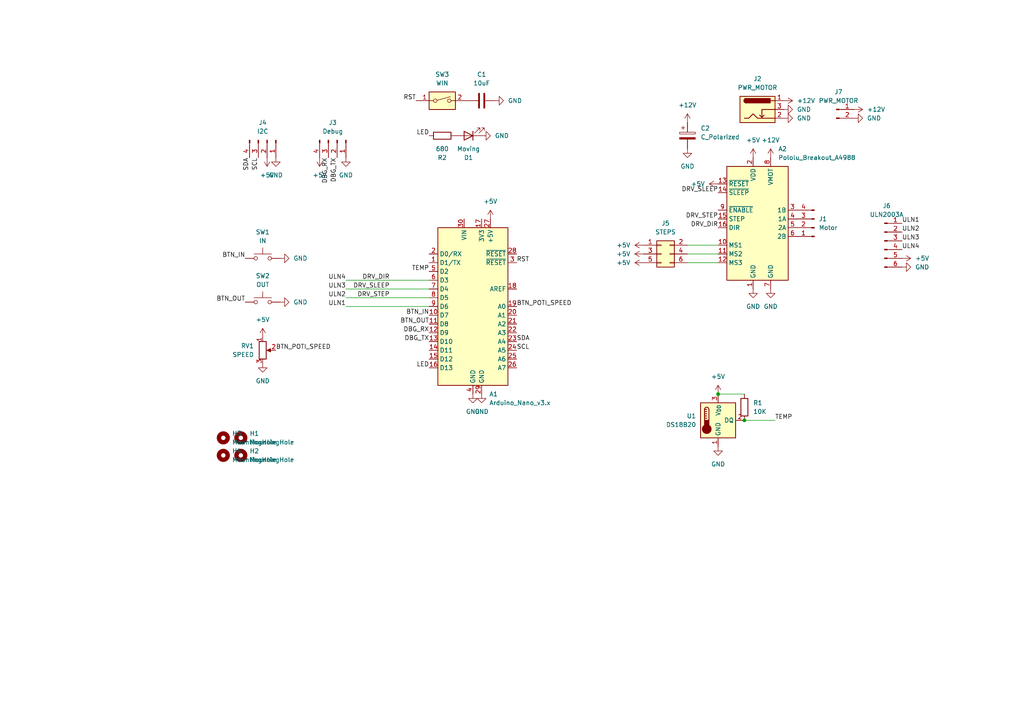
<source format=kicad_sch>
(kicad_sch (version 20230121) (generator eeschema)
  (paper "A4")
  (lib_symbols
    (symbol "Connector:Barrel_Jack_Switch" (pin_names hide)
      (property "Reference" "J" (at 0 5.334 0))
      (property "Value" "Barrel_Jack_Switch" (at 0 -5.08 0))
      (symbol "Barrel_Jack_Switch_0_1"
        (rectangle (start -5.08 3.81) (end 5.08 -3.81) (stroke (width 0.254)) (fill (type background)))
        (arc (start -3.302 3.175) (mid -3.9343 2.54) (end -3.302 1.905) (stroke (width 0.254)))
        (arc (start -3.302 3.175) (mid -3.9343 2.54) (end -3.302 1.905) (stroke (width 0.254)) (fill (type outline)))
        (polyline (pts (xy 1.27 -2.286) (xy 1.905 -1.651)) (stroke (width 0.254)))
        (polyline (pts (xy 5.08 2.54) (xy 3.81 2.54)) (stroke (width 0.254)))
        (polyline (pts (xy 5.08 0) (xy 1.27 0) (xy 1.27 -2.286) (xy 0.635 -1.651)) (stroke (width 0.254)))
        (polyline (pts (xy -3.81 -2.54) (xy -2.54 -2.54) (xy -1.27 -1.27) (xy 0 -2.54) (xy 2.54 -2.54) (xy 5.08 -2.54)) (stroke (width 0.254)))
        (rectangle (start 3.683 3.175) (end -3.302 1.905) (stroke (width 0.254)) (fill (type outline)))
      )
      (symbol "Barrel_Jack_Switch_1_1"
        (pin passive line (at 7.62 2.54 180) (length 2.54) (name "~") (number "1"))
        (pin passive line (at 7.62 -2.54 180) (length 2.54) (name "~") (number "2"))
        (pin passive line (at 7.62 0 180) (length 2.54) (name "~") (number "3"))
      )
    )
    (symbol "Connector:Conn_01x02_Pin" (pin_names (offset 1.016) hide)
      (property "Reference" "J" (at 0 2.54 0))
      (property "Value" "Conn_01x02_Pin" (at 0 -5.08 0))
      (symbol "Conn_01x02_Pin_1_1"
        (polyline (pts (xy 1.27 -2.54) (xy 0.8636 -2.54)) (stroke (width 0.1524)))
        (polyline (pts (xy 1.27 0) (xy 0.8636 0)) (stroke (width 0.1524)))
        (rectangle (start 0.8636 -2.413) (end 0 -2.667) (stroke (width 0.1524)) (fill (type outline)))
        (rectangle (start 0.8636 0.127) (end 0 -0.127) (stroke (width 0.1524)) (fill (type outline)))
        (pin passive line (at 5.08 0 180) (length 3.81) (name "Pin_1") (number "1"))
        (pin passive line (at 5.08 -2.54 180) (length 3.81) (name "Pin_2") (number "2"))
      )
    )
    (symbol "Connector:Conn_01x04_Pin" (pin_names (offset 1.016) hide)
      (property "Reference" "J" (at 0 5.08 0))
      (property "Value" "Conn_01x04_Pin" (at 0 -7.62 0))
      (symbol "Conn_01x04_Pin_1_1"
        (polyline (pts (xy 1.27 -5.08) (xy 0.8636 -5.08)) (stroke (width 0.1524)))
        (polyline (pts (xy 1.27 -2.54) (xy 0.8636 -2.54)) (stroke (width 0.1524)))
        (polyline (pts (xy 1.27 0) (xy 0.8636 0)) (stroke (width 0.1524)))
        (polyline (pts (xy 1.27 2.54) (xy 0.8636 2.54)) (stroke (width 0.1524)))
        (rectangle (start 0.8636 -4.953) (end 0 -5.207) (stroke (width 0.1524)) (fill (type outline)))
        (rectangle (start 0.8636 -2.413) (end 0 -2.667) (stroke (width 0.1524)) (fill (type outline)))
        (rectangle (start 0.8636 0.127) (end 0 -0.127) (stroke (width 0.1524)) (fill (type outline)))
        (rectangle (start 0.8636 2.667) (end 0 2.413) (stroke (width 0.1524)) (fill (type outline)))
        (pin passive line (at 5.08 2.54 180) (length 3.81) (name "Pin_1") (number "1"))
        (pin passive line (at 5.08 0 180) (length 3.81) (name "Pin_2") (number "2"))
        (pin passive line (at 5.08 -2.54 180) (length 3.81) (name "Pin_3") (number "3"))
        (pin passive line (at 5.08 -5.08 180) (length 3.81) (name "Pin_4") (number "4"))
      )
    )
    (symbol "Connector:Conn_01x06_Pin" (pin_names (offset 1.016) hide)
      (property "Reference" "J" (at 0 7.62 0))
      (property "Value" "Conn_01x06_Pin" (at 0 -10.16 0))
      (symbol "Conn_01x06_Pin_1_1"
        (polyline (pts (xy 1.27 -7.62) (xy 0.8636 -7.62)) (stroke (width 0.1524)))
        (polyline (pts (xy 1.27 -5.08) (xy 0.8636 -5.08)) (stroke (width 0.1524)))
        (polyline (pts (xy 1.27 -2.54) (xy 0.8636 -2.54)) (stroke (width 0.1524)))
        (polyline (pts (xy 1.27 0) (xy 0.8636 0)) (stroke (width 0.1524)))
        (polyline (pts (xy 1.27 2.54) (xy 0.8636 2.54)) (stroke (width 0.1524)))
        (polyline (pts (xy 1.27 5.08) (xy 0.8636 5.08)) (stroke (width 0.1524)))
        (rectangle (start 0.8636 -7.493) (end 0 -7.747) (stroke (width 0.1524)) (fill (type outline)))
        (rectangle (start 0.8636 -4.953) (end 0 -5.207) (stroke (width 0.1524)) (fill (type outline)))
        (rectangle (start 0.8636 -2.413) (end 0 -2.667) (stroke (width 0.1524)) (fill (type outline)))
        (rectangle (start 0.8636 0.127) (end 0 -0.127) (stroke (width 0.1524)) (fill (type outline)))
        (rectangle (start 0.8636 2.667) (end 0 2.413) (stroke (width 0.1524)) (fill (type outline)))
        (rectangle (start 0.8636 5.207) (end 0 4.953) (stroke (width 0.1524)) (fill (type outline)))
        (pin passive line (at 5.08 5.08 180) (length 3.81) (name "Pin_1") (number "1"))
        (pin passive line (at 5.08 2.54 180) (length 3.81) (name "Pin_2") (number "2"))
        (pin passive line (at 5.08 0 180) (length 3.81) (name "Pin_3") (number "3"))
        (pin passive line (at 5.08 -2.54 180) (length 3.81) (name "Pin_4") (number "4"))
        (pin passive line (at 5.08 -5.08 180) (length 3.81) (name "Pin_5") (number "5"))
        (pin passive line (at 5.08 -7.62 180) (length 3.81) (name "Pin_6") (number "6"))
      )
    )
    (symbol "Connector_Generic:Conn_02x03_Odd_Even" (pin_names (offset 1.016) hide)
      (property "Reference" "J" (at 1.27 5.08 0))
      (property "Value" "Conn_02x03_Odd_Even" (at 1.27 -5.08 0))
      (symbol "Conn_02x03_Odd_Even_1_1"
        (rectangle (start -1.27 -2.413) (end 0 -2.667) (stroke (width 0.1524)))
        (rectangle (start -1.27 0.127) (end 0 -0.127) (stroke (width 0.1524)))
        (rectangle (start -1.27 2.667) (end 0 2.413) (stroke (width 0.1524)))
        (rectangle (start -1.27 3.81) (end 3.81 -3.81) (stroke (width 0.254)) (fill (type background)))
        (rectangle (start 3.81 -2.413) (end 2.54 -2.667) (stroke (width 0.1524)))
        (rectangle (start 3.81 0.127) (end 2.54 -0.127) (stroke (width 0.1524)))
        (rectangle (start 3.81 2.667) (end 2.54 2.413) (stroke (width 0.1524)))
        (pin passive line (at -5.08 2.54 0) (length 3.81) (name "Pin_1") (number "1"))
        (pin passive line (at 7.62 2.54 180) (length 3.81) (name "Pin_2") (number "2"))
        (pin passive line (at -5.08 0 0) (length 3.81) (name "Pin_3") (number "3"))
        (pin passive line (at 7.62 0 180) (length 3.81) (name "Pin_4") (number "4"))
        (pin passive line (at -5.08 -2.54 0) (length 3.81) (name "Pin_5") (number "5"))
        (pin passive line (at 7.62 -2.54 180) (length 3.81) (name "Pin_6") (number "6"))
      )
    )
    (symbol "Device:C" (pin_numbers hide) (pin_names (offset 0.254))
      (property "Reference" "C" (at 0.635 2.54 0))
      (property "Value" "C" (at 0.635 -2.54 0))
      (symbol "C_0_1"
        (polyline (pts (xy -2.032 -0.762) (xy 2.032 -0.762)) (stroke (width 0.508)))
        (polyline (pts (xy -2.032 0.762) (xy 2.032 0.762)) (stroke (width 0.508)))
      )
      (symbol "C_1_1"
        (pin passive line (at 0 3.81 270) (length 2.794) (name "~") (number "1"))
        (pin passive line (at 0 -3.81 90) (length 2.794) (name "~") (number "2"))
      )
    )
    (symbol "Device:C_Polarized" (pin_numbers hide) (pin_names (offset 0.254))
      (property "Reference" "C" (at 0.635 2.54 0))
      (property "Value" "C_Polarized" (at 0.635 -2.54 0))
      (symbol "C_Polarized_0_1"
        (rectangle (start -2.286 0.508) (end 2.286 1.016))
        (polyline (pts (xy -1.778 2.286) (xy -0.762 2.286)))
        (polyline (pts (xy -1.27 2.794) (xy -1.27 1.778)))
        (rectangle (start 2.286 -0.508) (end -2.286 -1.016) (fill (type outline)))
      )
      (symbol "C_Polarized_1_1"
        (pin passive line (at 0 3.81 270) (length 2.794) (name "~") (number "1"))
        (pin passive line (at 0 -3.81 90) (length 2.794) (name "~") (number "2"))
      )
    )
    (symbol "Device:LED" (pin_numbers hide) (pin_names (offset 1.016) hide)
      (property "Reference" "D" (at 0 2.54 0))
      (property "Value" "LED" (at 0 -2.54 0))
      (symbol "LED_0_1"
        (polyline (pts (xy -1.27 -1.27) (xy -1.27 1.27)) (stroke (width 0.254)))
        (polyline (pts (xy -1.27 0) (xy 1.27 0)))
        (polyline (pts (xy 1.27 -1.27) (xy 1.27 1.27) (xy -1.27 0) (xy 1.27 -1.27)) (stroke (width 0.254)))
        (polyline (pts (xy -3.048 -0.762) (xy -4.572 -2.286) (xy -3.81 -2.286) (xy -4.572 -2.286) (xy -4.572 -1.524)))
        (polyline (pts (xy -1.778 -0.762) (xy -3.302 -2.286) (xy -2.54 -2.286) (xy -3.302 -2.286) (xy -3.302 -1.524)))
      )
      (symbol "LED_1_1"
        (pin passive line (at -3.81 0 0) (length 2.54) (name "K") (number "1"))
        (pin passive line (at 3.81 0 180) (length 2.54) (name "A") (number "2"))
      )
    )
    (symbol "Device:R" (pin_numbers hide) (pin_names (offset 0))
      (property "Reference" "R" (at 2.032 0 90))
      (property "Value" "R" (at 0 0 90))
      (symbol "R_0_1"
        (rectangle (start -1.016 -2.54) (end 1.016 2.54) (stroke (width 0.254)))
      )
      (symbol "R_1_1"
        (pin passive line (at 0 3.81 270) (length 1.27) (name "~") (number "1"))
        (pin passive line (at 0 -3.81 90) (length 1.27) (name "~") (number "2"))
      )
    )
    (symbol "Device:R_Potentiometer" (pin_names (offset 1.016) hide)
      (property "Reference" "RV" (at -4.445 0 90))
      (property "Value" "R_Potentiometer" (at -2.54 0 90))
      (symbol "R_Potentiometer_0_1"
        (polyline (pts (xy 2.54 0) (xy 1.524 0)))
        (polyline (pts (xy 1.143 0) (xy 2.286 0.508) (xy 2.286 -0.508) (xy 1.143 0)) (fill (type outline)))
        (rectangle (start 1.016 2.54) (end -1.016 -2.54) (stroke (width 0.254)))
      )
      (symbol "R_Potentiometer_1_1"
        (pin passive line (at 0 3.81 270) (length 1.27) (name "1") (number "1"))
        (pin passive line (at 3.81 0 180) (length 1.27) (name "2") (number "2"))
        (pin passive line (at 0 -3.81 90) (length 1.27) (name "3") (number "3"))
      )
    )
    (symbol "Driver_Motor:Pololu_Breakout_A4988"
      (property "Reference" "A" (at -2.54 19.05 0))
      (property "Value" "Pololu_Breakout_A4988" (at -2.54 16.51 0))
      (symbol "Pololu_Breakout_A4988_0_1"
        (rectangle (start 10.16 -17.78) (end -7.62 15.24) (stroke (width 0.254)) (fill (type background)))
      )
      (symbol "Pololu_Breakout_A4988_1_1"
        (pin power_in line (at 0 -20.32 90) (length 2.54) (name "GND") (number "1"))
        (pin input line (at -10.16 -7.62 0) (length 2.54) (name "MS1") (number "10"))
        (pin input line (at -10.16 -10.16 0) (length 2.54) (name "MS2") (number "11"))
        (pin input line (at -10.16 -12.7 0) (length 2.54) (name "MS3") (number "12"))
        (pin input line (at -10.16 10.16 0) (length 2.54) (name "~{RESET}") (number "13"))
        (pin input line (at -10.16 7.62 0) (length 2.54) (name "~{SLEEP}") (number "14"))
        (pin input line (at -10.16 0 0) (length 2.54) (name "STEP") (number "15"))
        (pin input line (at -10.16 -2.54 0) (length 2.54) (name "DIR") (number "16"))
        (pin power_in line (at 0 17.78 270) (length 2.54) (name "VDD") (number "2"))
        (pin output line (at 12.7 2.54 180) (length 2.54) (name "1B") (number "3"))
        (pin output line (at 12.7 0 180) (length 2.54) (name "1A") (number "4"))
        (pin output line (at 12.7 -2.54 180) (length 2.54) (name "2A") (number "5"))
        (pin output line (at 12.7 -5.08 180) (length 2.54) (name "2B") (number "6"))
        (pin power_in line (at 5.08 -20.32 90) (length 2.54) (name "GND") (number "7"))
        (pin power_in line (at 5.08 17.78 270) (length 2.54) (name "VMOT") (number "8"))
        (pin input line (at -10.16 2.54 0) (length 2.54) (name "~{ENABLE}") (number "9"))
      )
    )
    (symbol "MCU_Module:Arduino_Nano_v3.x"
      (property "Reference" "A" (at -10.16 23.495 0))
      (property "Value" "Arduino_Nano_v3.x" (at 5.08 -24.13 0))
      (symbol "Arduino_Nano_v3.x_0_1"
        (rectangle (start -10.16 22.86) (end 10.16 -22.86) (stroke (width 0.254)) (fill (type background)))
      )
      (symbol "Arduino_Nano_v3.x_1_1"
        (pin bidirectional line (at -12.7 12.7 0) (length 2.54) (name "D1/TX") (number "1"))
        (pin bidirectional line (at -12.7 -2.54 0) (length 2.54) (name "D7") (number "10"))
        (pin bidirectional line (at -12.7 -5.08 0) (length 2.54) (name "D8") (number "11"))
        (pin bidirectional line (at -12.7 -7.62 0) (length 2.54) (name "D9") (number "12"))
        (pin bidirectional line (at -12.7 -10.16 0) (length 2.54) (name "D10") (number "13"))
        (pin bidirectional line (at -12.7 -12.7 0) (length 2.54) (name "D11") (number "14"))
        (pin bidirectional line (at -12.7 -15.24 0) (length 2.54) (name "D12") (number "15"))
        (pin bidirectional line (at -12.7 -17.78 0) (length 2.54) (name "D13") (number "16"))
        (pin power_out line (at 2.54 25.4 270) (length 2.54) (name "3V3") (number "17"))
        (pin input line (at 12.7 5.08 180) (length 2.54) (name "AREF") (number "18"))
        (pin bidirectional line (at 12.7 0 180) (length 2.54) (name "A0") (number "19"))
        (pin bidirectional line (at -12.7 15.24 0) (length 2.54) (name "D0/RX") (number "2"))
        (pin bidirectional line (at 12.7 -2.54 180) (length 2.54) (name "A1") (number "20"))
        (pin bidirectional line (at 12.7 -5.08 180) (length 2.54) (name "A2") (number "21"))
        (pin bidirectional line (at 12.7 -7.62 180) (length 2.54) (name "A3") (number "22"))
        (pin bidirectional line (at 12.7 -10.16 180) (length 2.54) (name "A4") (number "23"))
        (pin bidirectional line (at 12.7 -12.7 180) (length 2.54) (name "A5") (number "24"))
        (pin bidirectional line (at 12.7 -15.24 180) (length 2.54) (name "A6") (number "25"))
        (pin bidirectional line (at 12.7 -17.78 180) (length 2.54) (name "A7") (number "26"))
        (pin power_out line (at 5.08 25.4 270) (length 2.54) (name "+5V") (number "27"))
        (pin input line (at 12.7 15.24 180) (length 2.54) (name "~{RESET}") (number "28"))
        (pin power_in line (at 2.54 -25.4 90) (length 2.54) (name "GND") (number "29"))
        (pin input line (at 12.7 12.7 180) (length 2.54) (name "~{RESET}") (number "3"))
        (pin power_in line (at -2.54 25.4 270) (length 2.54) (name "VIN") (number "30"))
        (pin power_in line (at 0 -25.4 90) (length 2.54) (name "GND") (number "4"))
        (pin bidirectional line (at -12.7 10.16 0) (length 2.54) (name "D2") (number "5"))
        (pin bidirectional line (at -12.7 7.62 0) (length 2.54) (name "D3") (number "6"))
        (pin bidirectional line (at -12.7 5.08 0) (length 2.54) (name "D4") (number "7"))
        (pin bidirectional line (at -12.7 2.54 0) (length 2.54) (name "D5") (number "8"))
        (pin bidirectional line (at -12.7 0 0) (length 2.54) (name "D6") (number "9"))
      )
    )
    (symbol "Mechanical:MountingHole" (pin_names (offset 1.016))
      (property "Reference" "H" (at 0 5.08 0))
      (property "Value" "MountingHole" (at 0 3.175 0))
      (symbol "MountingHole_0_1"
        (circle (center 0 0) (radius 1.27) (stroke (width 1.27)))
      )
    )
    (symbol "Sensor_Temperature:DS18B20"
      (property "Reference" "U" (at -3.81 6.35 0))
      (property "Value" "DS18B20" (at 6.35 6.35 0))
      (symbol "DS18B20_0_1"
        (rectangle (start -5.08 5.08) (end 5.08 -5.08) (stroke (width 0.254)) (fill (type background)))
        (circle (center -3.302 -2.54) (radius 1.27) (stroke (width 0.254)) (fill (type outline)))
        (rectangle (start -2.667 -1.905) (end -3.937 0) (stroke (width 0.254)) (fill (type outline)))
        (arc (start -2.667 3.175) (mid -3.302 3.8073) (end -3.937 3.175) (stroke (width 0.254)))
        (polyline (pts (xy -3.937 0.635) (xy -3.302 0.635)) (stroke (width 0.254)))
        (polyline (pts (xy -3.937 1.27) (xy -3.302 1.27)) (stroke (width 0.254)))
        (polyline (pts (xy -3.937 1.905) (xy -3.302 1.905)) (stroke (width 0.254)))
        (polyline (pts (xy -3.937 2.54) (xy -3.302 2.54)) (stroke (width 0.254)))
        (polyline (pts (xy -3.937 3.175) (xy -3.937 0)) (stroke (width 0.254)))
        (polyline (pts (xy -3.937 3.175) (xy -3.302 3.175)) (stroke (width 0.254)))
        (polyline (pts (xy -2.667 3.175) (xy -2.667 0)) (stroke (width 0.254)))
      )
      (symbol "DS18B20_1_1"
        (pin power_in line (at 0 -7.62 90) (length 2.54) (name "GND") (number "1"))
        (pin bidirectional line (at 7.62 0 180) (length 2.54) (name "DQ") (number "2"))
        (pin power_in line (at 0 7.62 270) (length 2.54) (name "V_{DD}") (number "3"))
      )
    )
    (symbol "Switch:SW_DIP_x01" (pin_names (offset 0) hide)
      (property "Reference" "SW" (at 0 3.81 0))
      (property "Value" "SW_DIP_x01" (at 0 -3.81 0))
      (symbol "SW_DIP_x01_0_0"
        (circle (center -2.032 0) (radius 0.508))
        (polyline (pts (xy -1.524 0.127) (xy 2.3622 1.1684)))
        (circle (center 2.032 0) (radius 0.508))
      )
      (symbol "SW_DIP_x01_0_1"
        (rectangle (start -3.81 2.54) (end 3.81 -2.54) (stroke (width 0.254)) (fill (type background)))
      )
      (symbol "SW_DIP_x01_1_1"
        (pin passive line (at -7.62 0 0) (length 5.08) (name "~") (number "1"))
        (pin passive line (at 7.62 0 180) (length 5.08) (name "~") (number "2"))
      )
    )
    (symbol "Switch:SW_Push" (pin_numbers hide) (pin_names (offset 1.016) hide)
      (property "Reference" "SW" (at 1.27 2.54 0))
      (property "Value" "SW_Push" (at 0 -1.524 0))
      (symbol "SW_Push_0_1"
        (circle (center -2.032 0) (radius 0.508))
        (polyline (pts (xy 0 1.27) (xy 0 3.048)))
        (polyline (pts (xy 2.54 1.27) (xy -2.54 1.27)))
        (circle (center 2.032 0) (radius 0.508))
        (pin passive line (at -5.08 0 0) (length 2.54) (name "1") (number "1"))
        (pin passive line (at 5.08 0 180) (length 2.54) (name "2") (number "2"))
      )
    )
    (symbol "power:+12V" (power) (pin_names (offset 0))
      (property "Value" "+12V" (at 0 3.556 0))
      (symbol "+12V_0_1"
        (polyline (pts (xy -0.762 1.27) (xy 0 2.54)))
        (polyline (pts (xy 0 0) (xy 0 2.54)))
        (polyline (pts (xy 0 2.54) (xy 0.762 1.27)))
      )
      (symbol "+12V_1_1"
        (pin power_in line (at 0 0 90) (length 0) hide (name "+12V") (number "1"))
      )
    )
    (symbol "power:+5V" (power) (pin_names (offset 0))
      (property "Value" "+5V" (at 0 3.556 0))
      (symbol "+5V_0_1"
        (polyline (pts (xy -0.762 1.27) (xy 0 2.54)))
        (polyline (pts (xy 0 0) (xy 0 2.54)))
        (polyline (pts (xy 0 2.54) (xy 0.762 1.27)))
      )
      (symbol "+5V_1_1"
        (pin power_in line (at 0 0 90) (length 0) hide (name "+5V") (number "1"))
      )
    )
    (symbol "power:GND" (power) (pin_names (offset 0))
      (property "Value" "GND" (at 0 -3.81 0))
      (symbol "GND_0_1"
        (polyline (pts (xy 0 0) (xy 0 -1.27) (xy 1.27 -1.27) (xy 0 -2.54) (xy -1.27 -1.27) (xy 0 -1.27)))
      )
      (symbol "GND_1_1"
        (pin power_in line (at 0 0 270) (length 0) hide (name "GND") (number "1"))
      )
    )
  )
  (junction (at 208.28 114.3))
  (junction (at 215.9 121.92))
  (wire (pts (xy 199.39 73.66) (xy 208.28 73.66)))
  (wire (pts (xy 208.28 114.3) (xy 215.9 114.3)))
  (wire (pts (xy 100.33 83.82) (xy 124.46 83.82)))
  (wire (pts (xy 199.39 76.2) (xy 208.28 76.2)))
  (wire (pts (xy 215.9 121.92) (xy 224.79 121.92)))
  (wire (pts (xy 100.33 88.9) (xy 124.46 88.9)))
  (wire (pts (xy 100.33 81.28) (xy 124.46 81.28)))
  (wire (pts (xy 199.39 71.12) (xy 208.28 71.12)))
  (wire (pts (xy 100.33 86.36) (xy 124.46 86.36)))
  (label "TEMP" (at 124.46 78.74 180))
  (label "BTN_OUT" (at 124.46 93.98 180))
  (label "SDA" (at 149.86 99.06 0))
  (label "DRV_STEP" (at 113.03 86.36 180))
  (label "BTN_POTI_SPEED" (at 80.01 101.6 0))
  (label "DBG_RX" (at 95.25 45.72 270))
  (label "DRV_DIR" (at 208.28 66.04 180))
  (label "BTN_OUT" (at 71.12 87.63 180))
  (label "DRV_DIR" (at 113.03 81.28 180))
  (label "ULN3" (at 100.33 83.82 180))
  (label "SCL" (at 74.93 45.72 270))
  (label "ULN1" (at 100.33 88.9 180))
  (label "LED" (at 124.46 39.37 180))
  (label "ULN2" (at 100.33 86.36 180))
  (label "ULN1" (at 261.62 64.77 0))
  (label "ULN4" (at 100.33 81.28 180))
  (label "BTN_IN" (at 124.46 91.44 180))
  (label "TEMP" (at 224.79 121.92 0))
  (label "DRV_SLEEP" (at 113.03 83.82 180))
  (label "SCL" (at 149.86 101.6 0))
  (label "BTN_POTI_SPEED" (at 149.86 88.9 0))
  (label "DRV_SLEEP" (at 208.28 55.88 180))
  (label "ULN4" (at 261.62 72.39 0))
  (label "DRV_STEP" (at 208.28 63.5 180))
  (label "ULN3" (at 261.62 69.85 0))
  (label "ULN2" (at 261.62 67.31 0))
  (label "DBG_TX" (at 124.46 99.06 180))
  (label "DBG_TX" (at 97.79 45.72 270))
  (label "RST" (at 149.86 76.2 0))
  (label "LED" (at 124.46 106.68 180))
  (label "DBG_RX" (at 124.46 96.52 180))
  (label "BTN_IN" (at 71.12 74.93 180))
  (label "SDA" (at 72.39 45.72 270))
  (label "RST" (at 120.65 29.21 180))
  (symbol (lib_id "power:GND") (at 80.01 45.72 0) (unit 1)
    (property "Reference" "#PWR023" (effects hide))
    (property "Value" "GND" (at 80.01 50.8 0))
  )
  (symbol (lib_id "power:GND") (at 247.65 34.29 90) (unit 1)
    (property "Reference" "#PWR031" (effects hide))
    (property "Value" "GND" (at 251.46 34.29 90) (effects (justify right)))
  )
  (symbol (lib_id "power:GND") (at 76.2 105.41 0) (unit 1)
    (property "Reference" "#PWR09" (effects hide))
    (property "Value" "GND" (at 76.2 110.49 0))
  )
  (symbol (lib_id "power:+5V") (at 186.69 71.12 90) (unit 1)
    (property "Reference" "#PWR025" (effects hide))
    (property "Value" "+5V" (at 182.88 71.12 90) (effects (justify left)))
  )
  (symbol (lib_id "Switch:SW_Push") (at 76.2 87.63 0) (unit 1)
    (property "Reference" "SW2" (at 76.2 80.01 0))
    (property "Value" "OUT" (at 76.2 82.55 0))
    (property "Footprint" "Button_Switch_SMD:SW_SPST_CK_RS282G05A3" (effects hide))
  )
  (symbol (lib_id "power:GND") (at 218.44 83.82 0) (unit 1)
    (property "Reference" "#PWR04" (effects hide))
    (property "Value" "GND" (at 218.44 88.9 0))
  )
  (symbol (lib_id "Sensor_Temperature:DS18B20") (at 208.28 121.92 0) (unit 1)
    (property "Reference" "U1" (at 201.93 120.65 0) (effects (justify right)))
    (property "Value" "DS18B20" (at 201.93 123.19 0) (effects (justify right)))
    (property "Footprint" "Package_TO_SOT_THT:TO-92_Inline" (effects hide))
    (property "Datasheet" "http://datasheets.maximintegrated.com/en/ds/DS18B20.pdf" (effects hide))
  )
  (symbol (lib_id "Device:C_Polarized") (at 199.39 39.37 0) (unit 1)
    (property "Reference" "C2" (at 203.2 37.211 0) (effects (justify left)))
    (property "Value" "C_Polarized" (at 203.2 39.751 0) (effects (justify left)))
    (property "Footprint" "Capacitor_SMD:CP_Elec_6.3x5.9" (effects hide))
  )
  (symbol (lib_id "MCU_Module:Arduino_Nano_v3.x") (at 137.16 88.9 0) (unit 1)
    (property "Reference" "A1" (at 141.8941 114.3 0) (effects (justify left)))
    (property "Value" "Arduino_Nano_v3.x" (at 141.8941 116.84 0) (effects (justify left)))
    (property "Footprint" "Module:Arduino_Nano" (effects hide))
    (property "Datasheet" "http://www.mouser.com/pdfdocs/Gravitech_Arduino_Nano3_0.pdf" (effects hide))
  )
  (symbol (lib_id "power:GND") (at 199.39 43.18 0) (unit 1)
    (property "Reference" "#PWR019" (effects hide))
    (property "Value" "GND" (at 199.39 48.26 0))
  )
  (symbol (lib_id "Connector:Barrel_Jack_Switch") (at 219.71 31.75 0) (unit 1)
    (property "Reference" "J2" (at 219.71 22.86 0))
    (property "Value" "PWR_MOTOR" (at 219.71 25.4 0))
    (property "Footprint" "Connector_BarrelJack:BarrelJack_Horizontal" (effects hide))
  )
  (symbol (lib_id "Driver_Motor:Pololu_Breakout_A4988") (at 218.44 63.5 0) (unit 1)
    (property "Reference" "A2" (at 225.7141 43.18 0) (effects (justify left)))
    (property "Value" "Pololu_Breakout_A4988" (at 225.7141 45.72 0) (effects (justify left)))
    (property "Footprint" "Module:Pololu_Breakout-16_15.2x20.3mm" (effects hide))
    (property "Datasheet" "https://www.pololu.com/product/2980/pictures" (effects hide))
  )
  (symbol (lib_id "Connector:Conn_01x06_Pin") (at 256.54 69.85 0) (unit 1)
    (property "Reference" "J6" (at 257.175 59.69 0))
    (property "Value" "ULN2003A" (at 257.175 62.23 0))
    (property "Footprint" "Connector_PinHeader_2.54mm:PinHeader_1x06_P2.54mm_Vertical" (effects hide))
  )
  (symbol (lib_id "power:GND") (at 261.62 77.47 90) (unit 1)
    (property "Reference" "#PWR028" (effects hide))
    (property "Value" "GND" (at 265.43 77.47 90) (effects (justify right)))
  )
  (symbol (lib_id "power:GND") (at 100.33 45.72 0) (unit 1)
    (property "Reference" "#PWR022" (effects hide))
    (property "Value" "GND" (at 100.33 50.8 0))
  )
  (symbol (lib_id "power:+5V") (at 208.28 53.34 90) (unit 1)
    (property "Reference" "#PWR020" (effects hide))
    (property "Value" "+5V" (at 204.47 53.34 90) (effects (justify left)))
  )
  (symbol (lib_id "power:+5V") (at 208.28 114.3 0) (unit 1)
    (property "Reference" "#PWR013" (effects hide))
    (property "Value" "+5V" (at 208.28 109.22 0))
  )
  (symbol (lib_id "power:GND") (at 81.28 87.63 90) (unit 1)
    (property "Reference" "#PWR08" (effects hide))
    (property "Value" "GND" (at 85.09 87.63 90) (effects (justify right)))
  )
  (symbol (lib_id "Connector:Conn_01x04_Pin") (at 236.22 66.04 180) (unit 1)
    (property "Reference" "J1" (at 237.49 63.5 0) (effects (justify right)))
    (property "Value" "Motor" (at 237.49 66.04 0) (effects (justify right)))
    (property "Footprint" "Connector_JST:JST_XH_B4B-XH-A_1x04_P2.50mm_Vertical" (effects hide))
  )
  (symbol (lib_id "Mechanical:MountingHole") (at 69.85 127 0) (unit 1)
    (property "Reference" "H1" (at 72.39 125.73 0) (effects (justify left)))
    (property "Value" "MountingHole" (at 72.39 128.27 0) (effects (justify left)))
    (property "Footprint" "MountingHole:MountingHole_3.2mm_M3" (effects hide))
  )
  (symbol (lib_id "power:+12V") (at 223.52 45.72 0) (unit 1)
    (property "Reference" "#PWR015" (effects hide))
    (property "Value" "+12V" (at 223.52 40.64 0))
  )
  (symbol (lib_id "power:GND") (at 208.28 129.54 0) (unit 1)
    (property "Reference" "#PWR012" (effects hide))
    (property "Value" "GND" (at 208.28 134.62 0))
  )
  (symbol (lib_id "power:+5V") (at 218.44 45.72 0) (unit 1)
    (property "Reference" "#PWR016" (effects hide))
    (property "Value" "+5V" (at 218.44 40.64 0))
  )
  (symbol (lib_id "power:+12V") (at 199.39 35.56 0) (unit 1)
    (property "Reference" "#PWR018" (effects hide))
    (property "Value" "+12V" (at 199.39 30.48 0))
  )
  (symbol (lib_id "Device:R_Potentiometer") (at 76.2 101.6 0) (unit 1)
    (property "Reference" "RV1" (at 73.66 100.33 0) (effects (justify right)))
    (property "Value" "SPEED" (at 73.66 102.87 0) (effects (justify right)))
    (property "Footprint" "Potentiometer_THT:Potentiometer_Vishay_T73YP_Vertical" (effects hide))
  )
  (symbol (lib_id "power:+12V") (at 227.33 29.21 270) (unit 1)
    (property "Reference" "#PWR014" (effects hide))
    (property "Value" "+12V" (at 231.14 29.21 90) (effects (justify left)))
  )
  (symbol (lib_id "Connector:Conn_01x02_Pin") (at 242.57 31.75 0) (unit 1)
    (property "Reference" "J7" (at 243.205 26.67 0))
    (property "Value" "PWR_MOTOR" (at 243.205 29.21 0))
    (property "Footprint" "Connector_PinHeader_2.54mm:PinHeader_1x02_P2.54mm_Vertical" (effects hide))
  )
  (symbol (lib_id "Switch:SW_Push") (at 76.2 74.93 0) (unit 1)
    (property "Reference" "SW1" (at 76.2 67.31 0))
    (property "Value" "IN" (at 76.2 69.85 0))
    (property "Footprint" "Button_Switch_SMD:SW_SPST_CK_RS282G05A3" (effects hide))
  )
  (symbol (lib_id "Mechanical:MountingHole") (at 64.77 127 0) (unit 1)
    (property "Reference" "H3" (at 67.31 125.73 0) (effects (justify left)))
    (property "Value" "MountingHole" (at 67.31 128.27 0) (effects (justify left)))
    (property "Footprint" "MountingHole:MountingHole_3.2mm_M3" (effects hide))
  )
  (symbol (lib_id "Device:LED") (at 135.89 39.37 180) (unit 1)
    (property "Reference" "D1" (at 135.89 45.72 0))
    (property "Value" "Moving" (at 135.89 43.18 0))
    (property "Footprint" "LED_SMD:LED_0805_2012Metric" (effects hide))
  )
  (symbol (lib_id "power:+5V") (at 186.69 73.66 90) (unit 1)
    (property "Reference" "#PWR026" (effects hide))
    (property "Value" "+5V" (at 182.88 73.66 90) (effects (justify left)))
  )
  (symbol (lib_id "power:+5V") (at 76.2 97.79 0) (unit 1)
    (property "Reference" "#PWR011" (effects hide))
    (property "Value" "+5V" (at 76.2 92.71 0))
  )
  (symbol (lib_id "power:GND") (at 227.33 34.29 90) (unit 1)
    (property "Reference" "#PWR06" (effects hide))
    (property "Value" "GND" (at 231.14 34.29 90) (effects (justify right)))
  )
  (symbol (lib_id "Connector:Conn_01x04_Pin") (at 77.47 40.64 270) (unit 1)
    (property "Reference" "J4" (at 76.2 35.56 90))
    (property "Value" "I2C" (at 76.2 38.1 90))
    (property "Footprint" "Connector_PinHeader_2.54mm:PinHeader_1x04_P2.54mm_Vertical" (effects hide))
  )
  (symbol (lib_id "power:+12V") (at 247.65 31.75 270) (unit 1)
    (property "Reference" "#PWR030" (effects hide))
    (property "Value" "+12V" (at 251.46 31.75 90) (effects (justify left)))
  )
  (symbol (lib_id "power:GND") (at 81.28 74.93 90) (unit 1)
    (property "Reference" "#PWR07" (effects hide))
    (property "Value" "GND" (at 85.09 74.93 90) (effects (justify right)))
  )
  (symbol (lib_id "power:GND") (at 139.7 114.3 0) (unit 1)
    (property "Reference" "#PWR02" (effects hide))
    (property "Value" "GND" (at 139.7 119.38 0))
  )
  (symbol (lib_id "power:+5V") (at 77.47 45.72 180) (unit 1)
    (property "Reference" "#PWR024" (effects hide))
    (property "Value" "+5V" (at 77.47 50.8 0))
  )
  (symbol (lib_id "power:+5V") (at 92.71 45.72 180) (unit 1)
    (property "Reference" "#PWR021" (effects hide))
    (property "Value" "+5V" (at 92.71 50.8 0))
  )
  (symbol (lib_id "Switch:SW_DIP_x01") (at 128.27 29.21 0) (unit 1)
    (property "Reference" "SW3" (at 128.27 21.59 0))
    (property "Value" "WIN" (at 128.27 24.13 0))
    (property "Footprint" "Button_Switch_SMD:SW_DIP_SPSTx01_Slide_6.7x4.1mm_W6.73mm_P2.54mm_LowProfile_JPin" (effects hide))
  )
  (symbol (lib_id "power:+5V") (at 186.69 76.2 90) (unit 1)
    (property "Reference" "#PWR027" (effects hide))
    (property "Value" "+5V" (at 182.88 76.2 90) (effects (justify left)))
  )
  (symbol (lib_id "Mechanical:MountingHole") (at 69.85 132.08 0) (unit 1)
    (property "Reference" "H2" (at 72.39 130.81 0) (effects (justify left)))
    (property "Value" "MountingHole" (at 72.39 133.35 0) (effects (justify left)))
    (property "Footprint" "MountingHole:MountingHole_3.2mm_M3" (effects hide))
  )
  (symbol (lib_id "Connector_Generic:Conn_02x03_Odd_Even") (at 191.77 73.66 0) (unit 1)
    (property "Reference" "J5" (at 193.04 64.77 0))
    (property "Value" "STEPS" (at 193.04 67.31 0))
    (property "Footprint" "Connector_PinHeader_2.54mm:PinHeader_2x03_P2.54mm_Vertical" (effects hide))
  )
  (symbol (lib_id "power:GND") (at 137.16 114.3 0) (unit 1)
    (property "Reference" "#PWR01" (effects hide))
    (property "Value" "GND" (at 137.16 119.38 0))
  )
  (symbol (lib_id "Device:R") (at 128.27 39.37 270) (unit 1)
    (property "Reference" "R2" (at 128.27 45.72 90))
    (property "Value" "680" (at 128.27 43.18 90))
    (property "Footprint" "Resistor_SMD:R_1206_3216Metric" (effects hide))
  )
  (symbol (lib_id "Device:C") (at 139.7 29.21 90) (unit 1)
    (property "Reference" "C1" (at 139.7 21.59 90))
    (property "Value" "10uF" (at 139.7 24.13 90))
    (property "Footprint" "Capacitor_SMD:C_1206_3216Metric" (effects hide))
  )
  (symbol (lib_id "power:+5V") (at 142.24 63.5 0) (unit 1)
    (property "Reference" "#PWR010" (effects hide))
    (property "Value" "+5V" (at 142.24 58.42 0))
  )
  (symbol (lib_id "Connector:Conn_01x04_Pin") (at 97.79 40.64 270) (unit 1)
    (property "Reference" "J3" (at 96.52 35.56 90))
    (property "Value" "Debug" (at 96.52 38.1 90))
    (property "Footprint" "Connector_PinHeader_2.54mm:PinHeader_1x04_P2.54mm_Vertical" (effects hide))
  )
  (symbol (lib_id "power:GND") (at 139.7 39.37 90) (unit 1)
    (property "Reference" "#PWR03" (effects hide))
    (property "Value" "GND" (at 143.51 39.37 90) (effects (justify right)))
  )
  (symbol (lib_id "power:+5V") (at 261.62 74.93 270) (unit 1)
    (property "Reference" "#PWR029" (effects hide))
    (property "Value" "+5V" (at 265.43 74.93 90) (effects (justify left)))
  )
  (symbol (lib_id "power:GND") (at 143.51 29.21 90) (unit 1)
    (property "Reference" "#PWR017" (effects hide))
    (property "Value" "GND" (at 147.32 29.21 90) (effects (justify right)))
  )
  (symbol (lib_id "power:GND") (at 227.33 31.75 90) (unit 1)
    (property "Reference" "#PWR032" (effects hide))
    (property "Value" "GND" (at 231.14 31.75 90) (effects (justify right)))
  )
  (symbol (lib_id "Device:R") (at 215.9 118.11 0) (unit 1)
    (property "Reference" "R1" (at 218.44 116.84 0) (effects (justify left)))
    (property "Value" "10K" (at 218.44 119.38 0) (effects (justify left)))
    (property "Footprint" "Resistor_SMD:R_1206_3216Metric" (effects hide))
  )
  (symbol (lib_id "power:GND") (at 223.52 83.82 0) (unit 1)
    (property "Reference" "#PWR05" (effects hide))
    (property "Value" "GND" (at 223.52 88.9 0))
  )
  (symbol (lib_id "Mechanical:MountingHole") (at 64.77 132.08 0) (unit 1)
    (property "Reference" "H4" (at 67.31 130.81 0) (effects (justify left)))
    (property "Value" "MountingHole" (at 67.31 133.35 0) (effects (justify left)))
    (property "Footprint" "MountingHole:MountingHole_3.2mm_M3" (effects hide))
  )
)
</source>
